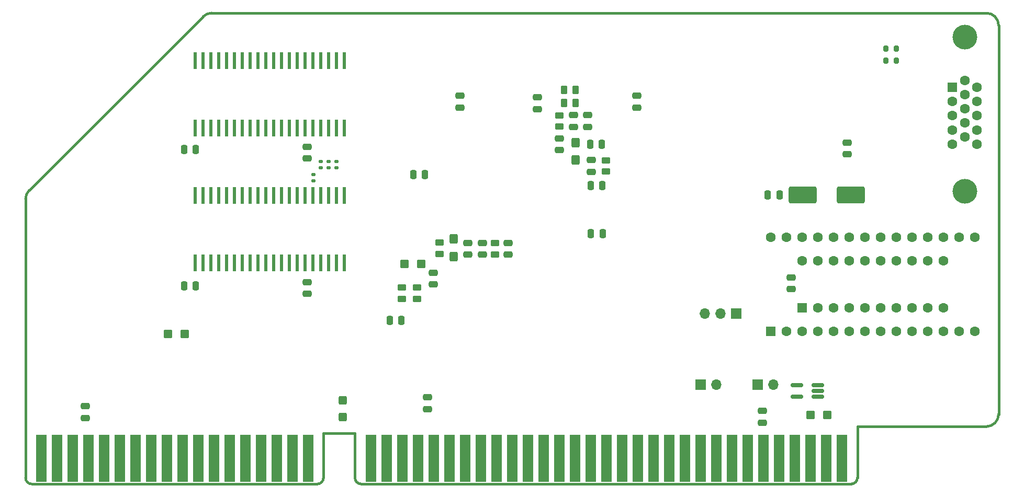
<source format=gbs>
%TF.GenerationSoftware,KiCad,Pcbnew,9.0.3*%
%TF.CreationDate,2025-08-10T20:31:52+03:00*%
%TF.ProjectId,eos,656f732e-6b69-4636-9164-5f7063625858,1.0.2*%
%TF.SameCoordinates,Original*%
%TF.FileFunction,Soldermask,Bot*%
%TF.FilePolarity,Negative*%
%FSLAX46Y46*%
G04 Gerber Fmt 4.6, Leading zero omitted, Abs format (unit mm)*
G04 Created by KiCad (PCBNEW 9.0.3) date 2025-08-10 20:31:52*
%MOMM*%
%LPD*%
G01*
G04 APERTURE LIST*
G04 Aperture macros list*
%AMRoundRect*
0 Rectangle with rounded corners*
0 $1 Rounding radius*
0 $2 $3 $4 $5 $6 $7 $8 $9 X,Y pos of 4 corners*
0 Add a 4 corners polygon primitive as box body*
4,1,4,$2,$3,$4,$5,$6,$7,$8,$9,$2,$3,0*
0 Add four circle primitives for the rounded corners*
1,1,$1+$1,$2,$3*
1,1,$1+$1,$4,$5*
1,1,$1+$1,$6,$7*
1,1,$1+$1,$8,$9*
0 Add four rect primitives between the rounded corners*
20,1,$1+$1,$2,$3,$4,$5,0*
20,1,$1+$1,$4,$5,$6,$7,0*
20,1,$1+$1,$6,$7,$8,$9,0*
20,1,$1+$1,$8,$9,$2,$3,0*%
G04 Aperture macros list end*
%ADD10R,1.700000X1.700000*%
%ADD11O,1.700000X1.700000*%
%ADD12RoundRect,0.250000X2.000000X1.100000X-2.000000X1.100000X-2.000000X-1.100000X2.000000X-1.100000X0*%
%ADD13RoundRect,0.250000X-2.000000X-1.100000X2.000000X-1.100000X2.000000X1.100000X-2.000000X1.100000X0*%
%ADD14R,1.780000X7.620000*%
%ADD15C,4.000000*%
%ADD16R,1.600000X1.600000*%
%ADD17C,1.600000*%
%ADD18RoundRect,0.250000X0.550000X-0.550000X0.550000X0.550000X-0.550000X0.550000X-0.550000X-0.550000X0*%
%ADD19RoundRect,0.250000X-0.475000X0.250000X-0.475000X-0.250000X0.475000X-0.250000X0.475000X0.250000X0*%
%ADD20RoundRect,0.250000X0.425000X-0.537500X0.425000X0.537500X-0.425000X0.537500X-0.425000X-0.537500X0*%
%ADD21RoundRect,0.250000X0.475000X-0.250000X0.475000X0.250000X-0.475000X0.250000X-0.475000X-0.250000X0*%
%ADD22RoundRect,0.250000X0.250000X0.475000X-0.250000X0.475000X-0.250000X-0.475000X0.250000X-0.475000X0*%
%ADD23RoundRect,0.250000X-0.250000X-0.475000X0.250000X-0.475000X0.250000X0.475000X-0.250000X0.475000X0*%
%ADD24RoundRect,0.250000X0.450000X-0.262500X0.450000X0.262500X-0.450000X0.262500X-0.450000X-0.262500X0*%
%ADD25RoundRect,0.250000X-0.450000X0.262500X-0.450000X-0.262500X0.450000X-0.262500X0.450000X0.262500X0*%
%ADD26RoundRect,0.250000X0.425000X-0.450000X0.425000X0.450000X-0.425000X0.450000X-0.425000X-0.450000X0*%
%ADD27RoundRect,0.250000X0.450000X0.425000X-0.450000X0.425000X-0.450000X-0.425000X0.450000X-0.425000X0*%
%ADD28RoundRect,0.250000X-0.450000X-0.425000X0.450000X-0.425000X0.450000X0.425000X-0.450000X0.425000X0*%
%ADD29RoundRect,0.250000X-0.425000X0.537500X-0.425000X-0.537500X0.425000X-0.537500X0.425000X0.537500X0*%
%ADD30R,0.508000X2.778000*%
%ADD31RoundRect,0.135000X-0.185000X0.135000X-0.185000X-0.135000X0.185000X-0.135000X0.185000X0.135000X0*%
%ADD32RoundRect,0.135000X0.185000X-0.135000X0.185000X0.135000X-0.185000X0.135000X-0.185000X-0.135000X0*%
%ADD33RoundRect,0.250000X-0.262500X-0.450000X0.262500X-0.450000X0.262500X0.450000X-0.262500X0.450000X0*%
%ADD34RoundRect,0.250000X0.457500X0.445000X-0.457500X0.445000X-0.457500X-0.445000X0.457500X-0.445000X0*%
%ADD35RoundRect,0.162500X0.837500X0.162500X-0.837500X0.162500X-0.837500X-0.162500X0.837500X-0.162500X0*%
%ADD36RoundRect,0.200000X-0.200000X-0.275000X0.200000X-0.275000X0.200000X0.275000X-0.200000X0.275000X0*%
%TA.AperFunction,Profile*%
%ADD37C,0.381000*%
%TD*%
G04 APERTURE END LIST*
D10*
%TO.C,JP2*%
X182900000Y-98200000D03*
D11*
X185440000Y-98200000D03*
%TD*%
D12*
%TO.C,D2*%
X207210000Y-67475000D03*
D13*
X199410000Y-67475000D03*
%TD*%
D14*
%TO.C,J1*%
X205765900Y-110177580D03*
X203225900Y-110177580D03*
X200685900Y-110177580D03*
X198145900Y-110177580D03*
X195605900Y-110177580D03*
X193065900Y-110177580D03*
X190525900Y-110177580D03*
X187985900Y-110177580D03*
X185445900Y-110177580D03*
X182905900Y-110177580D03*
X180365900Y-110177580D03*
X177825900Y-110177580D03*
X175285900Y-110177580D03*
X172745900Y-110177580D03*
X170205900Y-110177580D03*
X167665900Y-110177580D03*
X165125900Y-110177580D03*
X162585900Y-110177580D03*
X160045900Y-110177580D03*
X157505900Y-110177580D03*
X154965900Y-110177580D03*
X152425900Y-110177580D03*
X149885900Y-110177580D03*
X147345900Y-110177580D03*
X144805900Y-110177580D03*
X142265900Y-110177580D03*
X139725900Y-110177580D03*
X137185900Y-110177580D03*
X134645900Y-110177580D03*
X132105900Y-110177580D03*
X129565900Y-110177580D03*
X119405900Y-110177580D03*
X116865900Y-110177580D03*
X114325900Y-110177580D03*
X111785900Y-110177580D03*
X109245900Y-110177580D03*
X106705900Y-110177580D03*
X104165900Y-110177580D03*
X101625900Y-110177580D03*
X99085900Y-110177580D03*
X96545900Y-110177580D03*
X94005900Y-110177580D03*
X91465900Y-110177580D03*
X88925900Y-110177580D03*
X86385900Y-110177580D03*
X83845900Y-110177580D03*
X81305900Y-110177580D03*
X78765900Y-110177580D03*
X76225900Y-110177580D03*
%TD*%
D10*
%TO.C,JP4*%
X188665000Y-86675000D03*
D11*
X186125000Y-86675000D03*
X183585000Y-86675000D03*
%TD*%
D15*
%TO.C,J2*%
X225725000Y-66875000D03*
X225725000Y-41875000D03*
D16*
X223675000Y-50060000D03*
D17*
X223675000Y-52350000D03*
X223675000Y-54640000D03*
X223675000Y-56930000D03*
X223675000Y-59220000D03*
X225655000Y-48915000D03*
X225655000Y-51205000D03*
X225655000Y-53495000D03*
X225655000Y-55785000D03*
X225655000Y-58075000D03*
X227635000Y-50060000D03*
X227635000Y-52350000D03*
X227635000Y-54640000D03*
X227635000Y-56930000D03*
X227635000Y-59220000D03*
%TD*%
D18*
%TO.C,U6*%
X199320000Y-85755000D03*
D17*
X201860000Y-85755000D03*
X204400000Y-85755000D03*
X206940000Y-85755000D03*
X209480000Y-85755000D03*
X212020000Y-85755000D03*
X214560000Y-85755000D03*
X217100000Y-85755000D03*
X219640000Y-85755000D03*
X222180000Y-85755000D03*
X222180000Y-78135000D03*
X219640000Y-78135000D03*
X217100000Y-78135000D03*
X214560000Y-78135000D03*
X212020000Y-78135000D03*
X209480000Y-78135000D03*
X206940000Y-78135000D03*
X204400000Y-78135000D03*
X201860000Y-78135000D03*
X199320000Y-78135000D03*
%TD*%
D10*
%TO.C,JP5*%
X192200000Y-98200000D03*
D11*
X194740000Y-98200000D03*
%TD*%
D18*
%TO.C,U5*%
X194250000Y-89575000D03*
D17*
X196790000Y-89575000D03*
X199330000Y-89575000D03*
X201870000Y-89575000D03*
X204410000Y-89575000D03*
X206950000Y-89575000D03*
X209490000Y-89575000D03*
X212030000Y-89575000D03*
X214570000Y-89575000D03*
X217110000Y-89575000D03*
X219650000Y-89575000D03*
X222190000Y-89575000D03*
X224730000Y-89575000D03*
X227270000Y-89575000D03*
X227270000Y-74335000D03*
X224730000Y-74335000D03*
X222190000Y-74335000D03*
X219650000Y-74335000D03*
X217110000Y-74335000D03*
X214570000Y-74335000D03*
X212030000Y-74335000D03*
X209490000Y-74335000D03*
X206950000Y-74335000D03*
X204410000Y-74335000D03*
X201870000Y-74335000D03*
X199330000Y-74335000D03*
X196790000Y-74335000D03*
X194250000Y-74335000D03*
%TD*%
D19*
%TO.C,C36*%
X164625000Y-54525000D03*
X164625000Y-56425000D03*
%TD*%
%TO.C,C38*%
X162322500Y-54525000D03*
X162322500Y-56425000D03*
%TD*%
D20*
%TO.C,C45*%
X143000000Y-77462500D03*
X143000000Y-74587500D03*
%TD*%
D21*
%TO.C,C43*%
X145225000Y-77150000D03*
X145225000Y-75250000D03*
%TD*%
%TO.C,C42*%
X147600000Y-77150000D03*
X147600000Y-75250000D03*
%TD*%
D19*
%TO.C,C39*%
X160050000Y-58300000D03*
X160050000Y-60200000D03*
%TD*%
D22*
%TO.C,C32*%
X166950000Y-59300000D03*
X165050000Y-59300000D03*
%TD*%
D19*
%TO.C,C31*%
X172600000Y-51425000D03*
X172600000Y-53325000D03*
%TD*%
D23*
%TO.C,C55*%
X99325000Y-82175000D03*
X101225000Y-82175000D03*
%TD*%
%TO.C,C54*%
X99350000Y-60125000D03*
X101250000Y-60125000D03*
%TD*%
D21*
%TO.C,C57*%
X83350000Y-103600000D03*
X83350000Y-101700000D03*
%TD*%
D22*
%TO.C,C29*%
X195700000Y-67475000D03*
X193800000Y-67475000D03*
%TD*%
%TO.C,C50*%
X134500000Y-87800000D03*
X132600000Y-87800000D03*
%TD*%
D19*
%TO.C,C30*%
X192925000Y-102450000D03*
X192925000Y-104350000D03*
%TD*%
D24*
%TO.C,R35*%
X149675000Y-77087500D03*
X149675000Y-75262500D03*
%TD*%
%TO.C,R34*%
X160050000Y-56387500D03*
X160050000Y-54562500D03*
%TD*%
D25*
%TO.C,R31*%
X167575000Y-61875000D03*
X167575000Y-63700000D03*
%TD*%
D24*
%TO.C,R37*%
X137025000Y-84287500D03*
X137025000Y-82462500D03*
%TD*%
%TO.C,R38*%
X134625000Y-84287500D03*
X134625000Y-82462500D03*
%TD*%
D19*
%TO.C,C46*%
X139675000Y-80075000D03*
X139675000Y-81975000D03*
%TD*%
D21*
%TO.C,C44*%
X144000000Y-53325000D03*
X144000000Y-51425000D03*
%TD*%
%TO.C,C40*%
X156525000Y-53575000D03*
X156525000Y-51675000D03*
%TD*%
D19*
%TO.C,C53*%
X119300000Y-81600000D03*
X119300000Y-83500000D03*
%TD*%
%TO.C,C52*%
X119259594Y-59686183D03*
X119259594Y-61586183D03*
%TD*%
D24*
%TO.C,R36*%
X140725000Y-77037500D03*
X140725000Y-75212500D03*
%TD*%
D21*
%TO.C,C41*%
X151775000Y-77125000D03*
X151775000Y-75225000D03*
%TD*%
%TO.C,C35*%
X165250000Y-63725000D03*
X165250000Y-61825000D03*
%TD*%
D26*
%TO.C,C51*%
X125044200Y-103436400D03*
X125044200Y-100736400D03*
%TD*%
D27*
%TO.C,C56*%
X99425000Y-89950000D03*
X96725000Y-89950000D03*
%TD*%
D28*
%TO.C,C27*%
X200700000Y-103075000D03*
X203400000Y-103075000D03*
%TD*%
D19*
%TO.C,C28*%
X197590000Y-80835000D03*
X197590000Y-82735000D03*
%TD*%
D29*
%TO.C,C37*%
X162700000Y-58962500D03*
X162700000Y-61837500D03*
%TD*%
D22*
%TO.C,C48*%
X138350000Y-64200000D03*
X136450000Y-64200000D03*
%TD*%
D30*
%TO.C,U9*%
X125285000Y-78455000D03*
X124015000Y-78455000D03*
X122745000Y-78455000D03*
X121475000Y-78455000D03*
X120205000Y-78455000D03*
X118935000Y-78455000D03*
X117665000Y-78455000D03*
X116395000Y-78455000D03*
X115125000Y-78455000D03*
X113855000Y-78455000D03*
X112585000Y-78455000D03*
X111315000Y-78455000D03*
X110045000Y-78455000D03*
X108775000Y-78455000D03*
X107505000Y-78455000D03*
X106235000Y-78455000D03*
X104965000Y-78455000D03*
X103695000Y-78455000D03*
X102425000Y-78455000D03*
X101155000Y-78455000D03*
X101155000Y-67549000D03*
X102425000Y-67549000D03*
X103695000Y-67549000D03*
X104965000Y-67549000D03*
X106235000Y-67549000D03*
X107505000Y-67549000D03*
X108775000Y-67549000D03*
X110045000Y-67549000D03*
X111315000Y-67549000D03*
X112585000Y-67549000D03*
X113855000Y-67549000D03*
X115125000Y-67549000D03*
X116395000Y-67549000D03*
X117665000Y-67549000D03*
X118935000Y-67549000D03*
X120205000Y-67549000D03*
X121475000Y-67549000D03*
X122745000Y-67549000D03*
X124015000Y-67549000D03*
X125285000Y-67549000D03*
%TD*%
%TO.C,U8*%
X125275000Y-56655000D03*
X124005000Y-56655000D03*
X122735000Y-56655000D03*
X121465000Y-56655000D03*
X120195000Y-56655000D03*
X118925000Y-56655000D03*
X117655000Y-56655000D03*
X116385000Y-56655000D03*
X115115000Y-56655000D03*
X113845000Y-56655000D03*
X112575000Y-56655000D03*
X111305000Y-56655000D03*
X110035000Y-56655000D03*
X108765000Y-56655000D03*
X107495000Y-56655000D03*
X106225000Y-56655000D03*
X104955000Y-56655000D03*
X103685000Y-56655000D03*
X102415000Y-56655000D03*
X101145000Y-56655000D03*
X101145000Y-45749000D03*
X102415000Y-45749000D03*
X103685000Y-45749000D03*
X104955000Y-45749000D03*
X106225000Y-45749000D03*
X107495000Y-45749000D03*
X108765000Y-45749000D03*
X110035000Y-45749000D03*
X111305000Y-45749000D03*
X112575000Y-45749000D03*
X113845000Y-45749000D03*
X115115000Y-45749000D03*
X116385000Y-45749000D03*
X117655000Y-45749000D03*
X118925000Y-45749000D03*
X120195000Y-45749000D03*
X121465000Y-45749000D03*
X122735000Y-45749000D03*
X124005000Y-45749000D03*
X125275000Y-45749000D03*
%TD*%
D23*
%TO.C,C33*%
X165125000Y-65925000D03*
X167025000Y-65925000D03*
%TD*%
%TO.C,C34*%
X165175000Y-73775000D03*
X167075000Y-73775000D03*
%TD*%
D31*
%TO.C,R40*%
X122750000Y-62065000D03*
X122750000Y-63085000D03*
%TD*%
D21*
%TO.C,C47*%
X138700000Y-102150000D03*
X138700000Y-100250000D03*
%TD*%
D32*
%TO.C,R42*%
X120250000Y-65160000D03*
X120250000Y-64140000D03*
%TD*%
D31*
%TO.C,R39*%
X124025000Y-62080000D03*
X124025000Y-63100000D03*
%TD*%
D19*
%TO.C,C26*%
X206675000Y-59000000D03*
X206675000Y-60900000D03*
%TD*%
D33*
%TO.C,R33*%
X160837500Y-52550000D03*
X162662500Y-52550000D03*
%TD*%
D34*
%TO.C,C49*%
X137725000Y-78625000D03*
X135020000Y-78625000D03*
%TD*%
D31*
%TO.C,R41*%
X121475000Y-62065000D03*
X121475000Y-63085000D03*
%TD*%
D35*
%TO.C,U7*%
X201935000Y-98275000D03*
X201935000Y-99225000D03*
X201935000Y-100175000D03*
X198515000Y-100175000D03*
X198515000Y-98275000D03*
%TD*%
D36*
%TO.C,R29*%
X212925000Y-43800000D03*
X214575000Y-43800000D03*
%TD*%
D33*
%TO.C,R32*%
X160837500Y-50450000D03*
X162662500Y-50450000D03*
%TD*%
D36*
%TO.C,R30*%
X212925000Y-45725000D03*
X214575000Y-45725000D03*
%TD*%
D37*
X127000000Y-106100000D02*
X127000000Y-113300000D01*
X231150000Y-103000000D02*
X231150000Y-40000000D01*
X229150000Y-105000000D02*
X208300000Y-105000000D01*
X127000000Y-106100000D02*
X121900000Y-106100000D01*
X103828427Y-38000000D02*
X229150000Y-38000000D01*
X121900000Y-106100000D02*
X121900000Y-113300000D01*
X208300000Y-105000000D02*
X208300000Y-113300000D01*
X74700000Y-114300000D02*
X120900000Y-114300000D01*
X128000000Y-114300000D02*
X207300000Y-114300000D01*
X102414213Y-38585787D02*
X74285786Y-66714214D01*
X231150000Y-103000000D02*
G75*
G02*
X229150000Y-105000000I-2000000J0D01*
G01*
X73700000Y-68128427D02*
G75*
G02*
X74285793Y-66714221I1999900J27D01*
G01*
X121900000Y-113300000D02*
G75*
G02*
X120900000Y-114300000I-1000000J0D01*
G01*
X208300000Y-113300000D02*
G75*
G02*
X207300000Y-114300000I-1000000J0D01*
G01*
X229150000Y-38000000D02*
G75*
G02*
X231150000Y-40000000I0J-2000000D01*
G01*
X74700000Y-114300000D02*
G75*
G02*
X73700000Y-113300000I0J1000000D01*
G01*
X73700000Y-68128427D02*
X73700000Y-113300000D01*
X128000000Y-114300000D02*
G75*
G02*
X127000000Y-113300000I0J1000000D01*
G01*
X102414213Y-38585787D02*
G75*
G02*
X103828427Y-37999978I1414287J-1414313D01*
G01*
M02*

</source>
